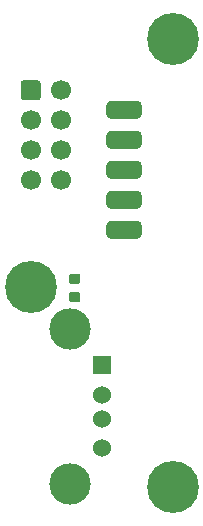
<source format=gts>
%TF.GenerationSoftware,KiCad,Pcbnew,(5.1.8)-1*%
%TF.CreationDate,2021-04-24T14:29:12+03:00*%
%TF.ProjectId,lcd_pcb,6c63645f-7063-4622-9e6b-696361645f70,rev?*%
%TF.SameCoordinates,Original*%
%TF.FileFunction,Soldermask,Top*%
%TF.FilePolarity,Negative*%
%FSLAX46Y46*%
G04 Gerber Fmt 4.6, Leading zero omitted, Abs format (unit mm)*
G04 Created by KiCad (PCBNEW (5.1.8)-1) date 2021-04-24 14:29:12*
%MOMM*%
%LPD*%
G01*
G04 APERTURE LIST*
%ADD10C,1.700000*%
%ADD11C,0.700000*%
%ADD12C,4.400000*%
%ADD13C,3.500000*%
%ADD14R,1.524000X1.524000*%
%ADD15C,1.524000*%
G04 APERTURE END LIST*
%TO.C,C1*%
G36*
G01*
X25269000Y-40505500D02*
X24769000Y-40505500D01*
G75*
G02*
X24544000Y-40280500I0J225000D01*
G01*
X24544000Y-39830500D01*
G75*
G02*
X24769000Y-39605500I225000J0D01*
G01*
X25269000Y-39605500D01*
G75*
G02*
X25494000Y-39830500I0J-225000D01*
G01*
X25494000Y-40280500D01*
G75*
G02*
X25269000Y-40505500I-225000J0D01*
G01*
G37*
G36*
G01*
X25269000Y-42055500D02*
X24769000Y-42055500D01*
G75*
G02*
X24544000Y-41830500I0J225000D01*
G01*
X24544000Y-41380500D01*
G75*
G02*
X24769000Y-41155500I225000J0D01*
G01*
X25269000Y-41155500D01*
G75*
G02*
X25494000Y-41380500I0J-225000D01*
G01*
X25494000Y-41830500D01*
G75*
G02*
X25269000Y-42055500I-225000J0D01*
G01*
G37*
%TD*%
%TO.C,J4*%
G36*
G01*
X20446000Y-24698000D02*
X20446000Y-23498000D01*
G75*
G02*
X20696000Y-23248000I250000J0D01*
G01*
X21896000Y-23248000D01*
G75*
G02*
X22146000Y-23498000I0J-250000D01*
G01*
X22146000Y-24698000D01*
G75*
G02*
X21896000Y-24948000I-250000J0D01*
G01*
X20696000Y-24948000D01*
G75*
G02*
X20446000Y-24698000I0J250000D01*
G01*
G37*
D10*
X21296000Y-26638000D03*
X21296000Y-29178000D03*
X21296000Y-31718000D03*
X23836000Y-24098000D03*
X23836000Y-26638000D03*
X23836000Y-29178000D03*
X23836000Y-31718000D03*
%TD*%
%TO.C,J3*%
G36*
G01*
X27700000Y-36281000D02*
X27700000Y-35519000D01*
G75*
G02*
X28081000Y-35138000I381000J0D01*
G01*
X30319000Y-35138000D01*
G75*
G02*
X30700000Y-35519000I0J-381000D01*
G01*
X30700000Y-36281000D01*
G75*
G02*
X30319000Y-36662000I-381000J0D01*
G01*
X28081000Y-36662000D01*
G75*
G02*
X27700000Y-36281000I0J381000D01*
G01*
G37*
G36*
G01*
X27700000Y-33741000D02*
X27700000Y-32979000D01*
G75*
G02*
X28081000Y-32598000I381000J0D01*
G01*
X30319000Y-32598000D01*
G75*
G02*
X30700000Y-32979000I0J-381000D01*
G01*
X30700000Y-33741000D01*
G75*
G02*
X30319000Y-34122000I-381000J0D01*
G01*
X28081000Y-34122000D01*
G75*
G02*
X27700000Y-33741000I0J381000D01*
G01*
G37*
G36*
G01*
X27700000Y-31201000D02*
X27700000Y-30439000D01*
G75*
G02*
X28081000Y-30058000I381000J0D01*
G01*
X30319000Y-30058000D01*
G75*
G02*
X30700000Y-30439000I0J-381000D01*
G01*
X30700000Y-31201000D01*
G75*
G02*
X30319000Y-31582000I-381000J0D01*
G01*
X28081000Y-31582000D01*
G75*
G02*
X27700000Y-31201000I0J381000D01*
G01*
G37*
G36*
G01*
X27700000Y-28661000D02*
X27700000Y-27899000D01*
G75*
G02*
X28081000Y-27518000I381000J0D01*
G01*
X30319000Y-27518000D01*
G75*
G02*
X30700000Y-27899000I0J-381000D01*
G01*
X30700000Y-28661000D01*
G75*
G02*
X30319000Y-29042000I-381000J0D01*
G01*
X28081000Y-29042000D01*
G75*
G02*
X27700000Y-28661000I0J381000D01*
G01*
G37*
G36*
G01*
X27700000Y-26121000D02*
X27700000Y-25359000D01*
G75*
G02*
X28081000Y-24978000I381000J0D01*
G01*
X30319000Y-24978000D01*
G75*
G02*
X30700000Y-25359000I0J-381000D01*
G01*
X30700000Y-26121000D01*
G75*
G02*
X30319000Y-26502000I-381000J0D01*
G01*
X28081000Y-26502000D01*
G75*
G02*
X27700000Y-26121000I0J381000D01*
G01*
G37*
%TD*%
D11*
%TO.C,J6*%
X22472725Y-39551274D03*
X21305999Y-39068000D03*
X20139273Y-39551274D03*
X19655999Y-40718000D03*
X20139273Y-41884726D03*
X21305999Y-42368000D03*
X22472725Y-41884726D03*
X22955999Y-40718000D03*
D12*
X21305999Y-40718000D03*
%TD*%
D11*
%TO.C,J5*%
X34472725Y-56551274D03*
X33305999Y-56068000D03*
X32139273Y-56551274D03*
X31655999Y-57718000D03*
X32139273Y-58884726D03*
X33305999Y-59368000D03*
X34472725Y-58884726D03*
X34955999Y-57718000D03*
D12*
X33305999Y-57718000D03*
%TD*%
D11*
%TO.C,J2*%
X34472725Y-18551274D03*
X33305999Y-18068000D03*
X32139273Y-18551274D03*
X31655999Y-19718000D03*
X32139273Y-20884726D03*
X33305999Y-21368000D03*
X34472725Y-20884726D03*
X34955999Y-19718000D03*
D12*
X33305999Y-19718000D03*
%TD*%
D13*
%TO.C,J1*%
X24586000Y-57458000D03*
X24586000Y-44318000D03*
D14*
X27296000Y-47388000D03*
D15*
X27296000Y-49888000D03*
X27296000Y-51888000D03*
X27296000Y-54388000D03*
%TD*%
M02*

</source>
